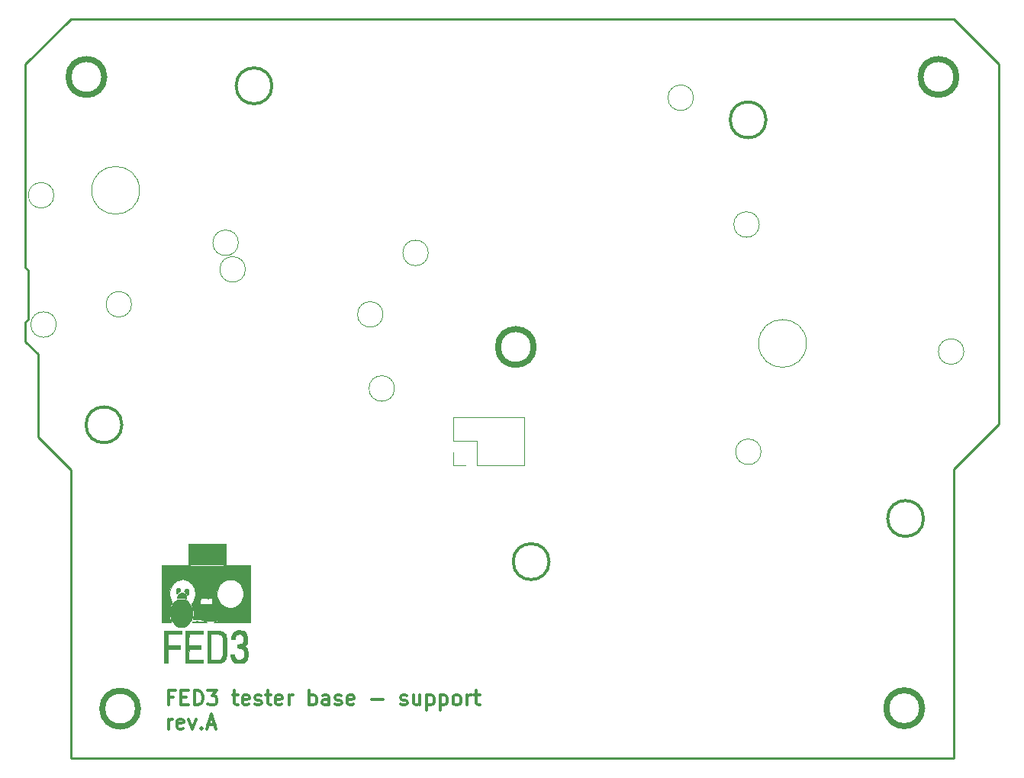
<source format=gbr>
%TF.GenerationSoftware,KiCad,Pcbnew,9.0.7*%
%TF.CreationDate,2026-02-04T15:46:56+00:00*%
%TF.ProjectId,FED3 tester base - support,46454433-2074-4657-9374-657220626173,rev?*%
%TF.SameCoordinates,PX6146580PY6dc4960*%
%TF.FileFunction,Legend,Top*%
%TF.FilePolarity,Positive*%
%FSLAX46Y46*%
G04 Gerber Fmt 4.6, Leading zero omitted, Abs format (unit mm)*
G04 Created by KiCad (PCBNEW 9.0.7) date 2026-02-04 15:46:56*
%MOMM*%
%LPD*%
G01*
G04 APERTURE LIST*
%ADD10C,0.300000*%
%ADD11C,0.100000*%
%ADD12C,0.700000*%
%ADD13C,0.328168*%
%TA.AperFunction,Profile*%
%ADD14C,0.250000*%
%TD*%
G04 APERTURE END LIST*
D10*
X94641049Y26625000D02*
G75*
G02*
X90658951Y26625000I-1991049J0D01*
G01*
X90658951Y26625000D02*
G75*
G02*
X94641049Y26625000I1991049J0D01*
G01*
X53091049Y21833951D02*
G75*
G02*
X49108951Y21833951I-1991049J0D01*
G01*
X49108951Y21833951D02*
G75*
G02*
X53091049Y21833951I1991049J0D01*
G01*
D11*
X7651270Y63053600D02*
G75*
G02*
X2350930Y63053600I-2650170J0D01*
G01*
X2350930Y63053600D02*
G75*
G02*
X7651270Y63053600I2650170J0D01*
G01*
D10*
X5691049Y37025000D02*
G75*
G02*
X1708951Y37025000I-1991049J0D01*
G01*
X1708951Y37025000D02*
G75*
G02*
X5691049Y37025000I1991049J0D01*
G01*
D12*
X7491049Y5516049D02*
G75*
G02*
X3508951Y5516049I-1991049J0D01*
G01*
X3508951Y5516049D02*
G75*
G02*
X7491049Y5516049I1991049J0D01*
G01*
D11*
X81651119Y46053600D02*
G75*
G02*
X76351081Y46053600I-2650019J0D01*
G01*
X76351081Y46053600D02*
G75*
G02*
X81651119Y46053600I2650019J0D01*
G01*
D12*
X3741049Y75633951D02*
G75*
G02*
X-241049Y75633951I-1991049J0D01*
G01*
X-241049Y75633951D02*
G75*
G02*
X3741049Y75633951I1991049J0D01*
G01*
X51391049Y45660655D02*
G75*
G02*
X47408951Y45660655I-1991049J0D01*
G01*
X47408951Y45660655D02*
G75*
G02*
X51391049Y45660655I1991049J0D01*
G01*
X94491049Y5558951D02*
G75*
G02*
X90508951Y5558951I-1991049J0D01*
G01*
X90508951Y5558951D02*
G75*
G02*
X94491049Y5558951I1991049J0D01*
G01*
X98291049Y75633951D02*
G75*
G02*
X94308951Y75633951I-1991049J0D01*
G01*
X94308951Y75633951D02*
G75*
G02*
X98291049Y75633951I1991049J0D01*
G01*
D10*
X22341049Y74650000D02*
G75*
G02*
X18358951Y74650000I-1991049J0D01*
G01*
X18358951Y74650000D02*
G75*
G02*
X22341049Y74650000I1991049J0D01*
G01*
X77166049Y70875000D02*
G75*
G02*
X73183951Y70875000I-1991049J0D01*
G01*
X73183951Y70875000D02*
G75*
G02*
X77166049Y70875000I1991049J0D01*
G01*
D13*
X11403522Y6769021D02*
X10856576Y6769021D01*
X10856576Y5909533D02*
X10856576Y7550373D01*
X10856576Y7550373D02*
X11637928Y7550373D01*
X12263010Y6769021D02*
X12809956Y6769021D01*
X13044362Y5909533D02*
X12263010Y5909533D01*
X12263010Y5909533D02*
X12263010Y7550373D01*
X12263010Y7550373D02*
X13044362Y7550373D01*
X13747580Y5909533D02*
X13747580Y7550373D01*
X13747580Y7550373D02*
X14138256Y7550373D01*
X14138256Y7550373D02*
X14372662Y7472238D01*
X14372662Y7472238D02*
X14528932Y7315968D01*
X14528932Y7315968D02*
X14607067Y7159697D01*
X14607067Y7159697D02*
X14685203Y6847156D01*
X14685203Y6847156D02*
X14685203Y6612750D01*
X14685203Y6612750D02*
X14607067Y6300209D01*
X14607067Y6300209D02*
X14528932Y6143939D01*
X14528932Y6143939D02*
X14372662Y5987668D01*
X14372662Y5987668D02*
X14138256Y5909533D01*
X14138256Y5909533D02*
X13747580Y5909533D01*
X15232149Y7550373D02*
X16247907Y7550373D01*
X16247907Y7550373D02*
X15700961Y6925291D01*
X15700961Y6925291D02*
X15935366Y6925291D01*
X15935366Y6925291D02*
X16091637Y6847156D01*
X16091637Y6847156D02*
X16169772Y6769021D01*
X16169772Y6769021D02*
X16247907Y6612750D01*
X16247907Y6612750D02*
X16247907Y6222074D01*
X16247907Y6222074D02*
X16169772Y6065804D01*
X16169772Y6065804D02*
X16091637Y5987668D01*
X16091637Y5987668D02*
X15935366Y5909533D01*
X15935366Y5909533D02*
X15466555Y5909533D01*
X15466555Y5909533D02*
X15310284Y5987668D01*
X15310284Y5987668D02*
X15232149Y6065804D01*
X17966883Y7003427D02*
X18591965Y7003427D01*
X18201289Y7550373D02*
X18201289Y6143939D01*
X18201289Y6143939D02*
X18279424Y5987668D01*
X18279424Y5987668D02*
X18435694Y5909533D01*
X18435694Y5909533D02*
X18591965Y5909533D01*
X19763994Y5987668D02*
X19607723Y5909533D01*
X19607723Y5909533D02*
X19295182Y5909533D01*
X19295182Y5909533D02*
X19138912Y5987668D01*
X19138912Y5987668D02*
X19060776Y6143939D01*
X19060776Y6143939D02*
X19060776Y6769021D01*
X19060776Y6769021D02*
X19138912Y6925291D01*
X19138912Y6925291D02*
X19295182Y7003427D01*
X19295182Y7003427D02*
X19607723Y7003427D01*
X19607723Y7003427D02*
X19763994Y6925291D01*
X19763994Y6925291D02*
X19842129Y6769021D01*
X19842129Y6769021D02*
X19842129Y6612750D01*
X19842129Y6612750D02*
X19060776Y6456480D01*
X20467210Y5987668D02*
X20623481Y5909533D01*
X20623481Y5909533D02*
X20936022Y5909533D01*
X20936022Y5909533D02*
X21092292Y5987668D01*
X21092292Y5987668D02*
X21170428Y6143939D01*
X21170428Y6143939D02*
X21170428Y6222074D01*
X21170428Y6222074D02*
X21092292Y6378345D01*
X21092292Y6378345D02*
X20936022Y6456480D01*
X20936022Y6456480D02*
X20701616Y6456480D01*
X20701616Y6456480D02*
X20545346Y6534615D01*
X20545346Y6534615D02*
X20467210Y6690886D01*
X20467210Y6690886D02*
X20467210Y6769021D01*
X20467210Y6769021D02*
X20545346Y6925291D01*
X20545346Y6925291D02*
X20701616Y7003427D01*
X20701616Y7003427D02*
X20936022Y7003427D01*
X20936022Y7003427D02*
X21092292Y6925291D01*
X21639239Y7003427D02*
X22264321Y7003427D01*
X21873645Y7550373D02*
X21873645Y6143939D01*
X21873645Y6143939D02*
X21951780Y5987668D01*
X21951780Y5987668D02*
X22108050Y5909533D01*
X22108050Y5909533D02*
X22264321Y5909533D01*
X23436350Y5987668D02*
X23280079Y5909533D01*
X23280079Y5909533D02*
X22967538Y5909533D01*
X22967538Y5909533D02*
X22811268Y5987668D01*
X22811268Y5987668D02*
X22733132Y6143939D01*
X22733132Y6143939D02*
X22733132Y6769021D01*
X22733132Y6769021D02*
X22811268Y6925291D01*
X22811268Y6925291D02*
X22967538Y7003427D01*
X22967538Y7003427D02*
X23280079Y7003427D01*
X23280079Y7003427D02*
X23436350Y6925291D01*
X23436350Y6925291D02*
X23514485Y6769021D01*
X23514485Y6769021D02*
X23514485Y6612750D01*
X23514485Y6612750D02*
X22733132Y6456480D01*
X24217702Y5909533D02*
X24217702Y7003427D01*
X24217702Y6690886D02*
X24295837Y6847156D01*
X24295837Y6847156D02*
X24373972Y6925291D01*
X24373972Y6925291D02*
X24530243Y7003427D01*
X24530243Y7003427D02*
X24686513Y7003427D01*
X26483624Y5909533D02*
X26483624Y7550373D01*
X26483624Y6925291D02*
X26639894Y7003427D01*
X26639894Y7003427D02*
X26952435Y7003427D01*
X26952435Y7003427D02*
X27108706Y6925291D01*
X27108706Y6925291D02*
X27186841Y6847156D01*
X27186841Y6847156D02*
X27264976Y6690886D01*
X27264976Y6690886D02*
X27264976Y6222074D01*
X27264976Y6222074D02*
X27186841Y6065804D01*
X27186841Y6065804D02*
X27108706Y5987668D01*
X27108706Y5987668D02*
X26952435Y5909533D01*
X26952435Y5909533D02*
X26639894Y5909533D01*
X26639894Y5909533D02*
X26483624Y5987668D01*
X28671411Y5909533D02*
X28671411Y6769021D01*
X28671411Y6769021D02*
X28593276Y6925291D01*
X28593276Y6925291D02*
X28437005Y7003427D01*
X28437005Y7003427D02*
X28124464Y7003427D01*
X28124464Y7003427D02*
X27968194Y6925291D01*
X28671411Y5987668D02*
X28515140Y5909533D01*
X28515140Y5909533D02*
X28124464Y5909533D01*
X28124464Y5909533D02*
X27968194Y5987668D01*
X27968194Y5987668D02*
X27890058Y6143939D01*
X27890058Y6143939D02*
X27890058Y6300209D01*
X27890058Y6300209D02*
X27968194Y6456480D01*
X27968194Y6456480D02*
X28124464Y6534615D01*
X28124464Y6534615D02*
X28515140Y6534615D01*
X28515140Y6534615D02*
X28671411Y6612750D01*
X29374628Y5987668D02*
X29530899Y5909533D01*
X29530899Y5909533D02*
X29843440Y5909533D01*
X29843440Y5909533D02*
X29999710Y5987668D01*
X29999710Y5987668D02*
X30077846Y6143939D01*
X30077846Y6143939D02*
X30077846Y6222074D01*
X30077846Y6222074D02*
X29999710Y6378345D01*
X29999710Y6378345D02*
X29843440Y6456480D01*
X29843440Y6456480D02*
X29609034Y6456480D01*
X29609034Y6456480D02*
X29452764Y6534615D01*
X29452764Y6534615D02*
X29374628Y6690886D01*
X29374628Y6690886D02*
X29374628Y6769021D01*
X29374628Y6769021D02*
X29452764Y6925291D01*
X29452764Y6925291D02*
X29609034Y7003427D01*
X29609034Y7003427D02*
X29843440Y7003427D01*
X29843440Y7003427D02*
X29999710Y6925291D01*
X31406145Y5987668D02*
X31249874Y5909533D01*
X31249874Y5909533D02*
X30937333Y5909533D01*
X30937333Y5909533D02*
X30781063Y5987668D01*
X30781063Y5987668D02*
X30702927Y6143939D01*
X30702927Y6143939D02*
X30702927Y6769021D01*
X30702927Y6769021D02*
X30781063Y6925291D01*
X30781063Y6925291D02*
X30937333Y7003427D01*
X30937333Y7003427D02*
X31249874Y7003427D01*
X31249874Y7003427D02*
X31406145Y6925291D01*
X31406145Y6925291D02*
X31484280Y6769021D01*
X31484280Y6769021D02*
X31484280Y6612750D01*
X31484280Y6612750D02*
X30702927Y6456480D01*
X33437661Y6534615D02*
X34687825Y6534615D01*
X36641205Y5987668D02*
X36797476Y5909533D01*
X36797476Y5909533D02*
X37110017Y5909533D01*
X37110017Y5909533D02*
X37266287Y5987668D01*
X37266287Y5987668D02*
X37344423Y6143939D01*
X37344423Y6143939D02*
X37344423Y6222074D01*
X37344423Y6222074D02*
X37266287Y6378345D01*
X37266287Y6378345D02*
X37110017Y6456480D01*
X37110017Y6456480D02*
X36875611Y6456480D01*
X36875611Y6456480D02*
X36719341Y6534615D01*
X36719341Y6534615D02*
X36641205Y6690886D01*
X36641205Y6690886D02*
X36641205Y6769021D01*
X36641205Y6769021D02*
X36719341Y6925291D01*
X36719341Y6925291D02*
X36875611Y7003427D01*
X36875611Y7003427D02*
X37110017Y7003427D01*
X37110017Y7003427D02*
X37266287Y6925291D01*
X38750857Y7003427D02*
X38750857Y5909533D01*
X38047640Y7003427D02*
X38047640Y6143939D01*
X38047640Y6143939D02*
X38125775Y5987668D01*
X38125775Y5987668D02*
X38282045Y5909533D01*
X38282045Y5909533D02*
X38516451Y5909533D01*
X38516451Y5909533D02*
X38672722Y5987668D01*
X38672722Y5987668D02*
X38750857Y6065804D01*
X39532210Y7003427D02*
X39532210Y5362587D01*
X39532210Y6925291D02*
X39688480Y7003427D01*
X39688480Y7003427D02*
X40001021Y7003427D01*
X40001021Y7003427D02*
X40157292Y6925291D01*
X40157292Y6925291D02*
X40235427Y6847156D01*
X40235427Y6847156D02*
X40313562Y6690886D01*
X40313562Y6690886D02*
X40313562Y6222074D01*
X40313562Y6222074D02*
X40235427Y6065804D01*
X40235427Y6065804D02*
X40157292Y5987668D01*
X40157292Y5987668D02*
X40001021Y5909533D01*
X40001021Y5909533D02*
X39688480Y5909533D01*
X39688480Y5909533D02*
X39532210Y5987668D01*
X41016780Y7003427D02*
X41016780Y5362587D01*
X41016780Y6925291D02*
X41173050Y7003427D01*
X41173050Y7003427D02*
X41485591Y7003427D01*
X41485591Y7003427D02*
X41641862Y6925291D01*
X41641862Y6925291D02*
X41719997Y6847156D01*
X41719997Y6847156D02*
X41798132Y6690886D01*
X41798132Y6690886D02*
X41798132Y6222074D01*
X41798132Y6222074D02*
X41719997Y6065804D01*
X41719997Y6065804D02*
X41641862Y5987668D01*
X41641862Y5987668D02*
X41485591Y5909533D01*
X41485591Y5909533D02*
X41173050Y5909533D01*
X41173050Y5909533D02*
X41016780Y5987668D01*
X42735755Y5909533D02*
X42579485Y5987668D01*
X42579485Y5987668D02*
X42501350Y6065804D01*
X42501350Y6065804D02*
X42423214Y6222074D01*
X42423214Y6222074D02*
X42423214Y6690886D01*
X42423214Y6690886D02*
X42501350Y6847156D01*
X42501350Y6847156D02*
X42579485Y6925291D01*
X42579485Y6925291D02*
X42735755Y7003427D01*
X42735755Y7003427D02*
X42970161Y7003427D01*
X42970161Y7003427D02*
X43126432Y6925291D01*
X43126432Y6925291D02*
X43204567Y6847156D01*
X43204567Y6847156D02*
X43282702Y6690886D01*
X43282702Y6690886D02*
X43282702Y6222074D01*
X43282702Y6222074D02*
X43204567Y6065804D01*
X43204567Y6065804D02*
X43126432Y5987668D01*
X43126432Y5987668D02*
X42970161Y5909533D01*
X42970161Y5909533D02*
X42735755Y5909533D01*
X43985920Y5909533D02*
X43985920Y7003427D01*
X43985920Y6690886D02*
X44064055Y6847156D01*
X44064055Y6847156D02*
X44142190Y6925291D01*
X44142190Y6925291D02*
X44298461Y7003427D01*
X44298461Y7003427D02*
X44454731Y7003427D01*
X44767272Y7003427D02*
X45392354Y7003427D01*
X45001678Y7550373D02*
X45001678Y6143939D01*
X45001678Y6143939D02*
X45079813Y5987668D01*
X45079813Y5987668D02*
X45236083Y5909533D01*
X45236083Y5909533D02*
X45392354Y5909533D01*
X10856576Y3267872D02*
X10856576Y4361766D01*
X10856576Y4049225D02*
X10934711Y4205495D01*
X10934711Y4205495D02*
X11012846Y4283630D01*
X11012846Y4283630D02*
X11169117Y4361766D01*
X11169117Y4361766D02*
X11325387Y4361766D01*
X12497416Y3346007D02*
X12341145Y3267872D01*
X12341145Y3267872D02*
X12028604Y3267872D01*
X12028604Y3267872D02*
X11872334Y3346007D01*
X11872334Y3346007D02*
X11794198Y3502278D01*
X11794198Y3502278D02*
X11794198Y4127360D01*
X11794198Y4127360D02*
X11872334Y4283630D01*
X11872334Y4283630D02*
X12028604Y4361766D01*
X12028604Y4361766D02*
X12341145Y4361766D01*
X12341145Y4361766D02*
X12497416Y4283630D01*
X12497416Y4283630D02*
X12575551Y4127360D01*
X12575551Y4127360D02*
X12575551Y3971089D01*
X12575551Y3971089D02*
X11794198Y3814819D01*
X13122497Y4361766D02*
X13513173Y3267872D01*
X13513173Y3267872D02*
X13903850Y4361766D01*
X14528932Y3424143D02*
X14607067Y3346007D01*
X14607067Y3346007D02*
X14528932Y3267872D01*
X14528932Y3267872D02*
X14450796Y3346007D01*
X14450796Y3346007D02*
X14528932Y3424143D01*
X14528932Y3424143D02*
X14528932Y3267872D01*
X15232148Y3736684D02*
X16013501Y3736684D01*
X15075878Y3267872D02*
X15622825Y4908712D01*
X15622825Y4908712D02*
X16169771Y3267872D01*
D11*
%TO.C,TP6*%
X35941197Y41053600D02*
G75*
G02*
X33111003Y41053600I-1415097J0D01*
G01*
X33111003Y41053600D02*
G75*
G02*
X35941197Y41053600I1415097J0D01*
G01*
%TO.C,TP3*%
X18616197Y57228600D02*
G75*
G02*
X15786003Y57228600I-1415097J0D01*
G01*
X15786003Y57228600D02*
G75*
G02*
X18616197Y57228600I1415097J0D01*
G01*
%TO.C,TP11*%
X19391197Y54278600D02*
G75*
G02*
X16561003Y54278600I-1415097J0D01*
G01*
X16561003Y54278600D02*
G75*
G02*
X19391197Y54278600I1415097J0D01*
G01*
%TO.C,TP12*%
X34666197Y49278600D02*
G75*
G02*
X31836003Y49278600I-1415097J0D01*
G01*
X31836003Y49278600D02*
G75*
G02*
X34666197Y49278600I1415097J0D01*
G01*
%TO.C,TP7*%
X99116197Y45153600D02*
G75*
G02*
X96286003Y45153600I-1415097J0D01*
G01*
X96286003Y45153600D02*
G75*
G02*
X99116197Y45153600I1415097J0D01*
G01*
%TO.C,TP10*%
X-1858803Y62503600D02*
G75*
G02*
X-4688997Y62503600I-1415097J0D01*
G01*
X-4688997Y62503600D02*
G75*
G02*
X-1858803Y62503600I1415097J0D01*
G01*
%TO.C,TP8*%
X76416197Y59253600D02*
G75*
G02*
X73586003Y59253600I-1415097J0D01*
G01*
X73586003Y59253600D02*
G75*
G02*
X76416197Y59253600I1415097J0D01*
G01*
%TO.C,TP9*%
X-1583803Y48153600D02*
G75*
G02*
X-4413997Y48153600I-1415097J0D01*
G01*
X-4413997Y48153600D02*
G75*
G02*
X-1583803Y48153600I1415097J0D01*
G01*
%TO.C,TP4*%
X6766197Y50403600D02*
G75*
G02*
X3936003Y50403600I-1415097J0D01*
G01*
X3936003Y50403600D02*
G75*
G02*
X6766197Y50403600I1415097J0D01*
G01*
%TO.C,TP2*%
X76616197Y34028600D02*
G75*
G02*
X73786003Y34028600I-1415097J0D01*
G01*
X73786003Y34028600D02*
G75*
G02*
X76616197Y34028600I1415097J0D01*
G01*
%TO.C,J2*%
X42459050Y37863857D02*
X50299050Y37863857D01*
X42459050Y35213857D02*
X42459050Y37863857D01*
X42459050Y32563857D02*
X42459050Y33943857D01*
X43839050Y32563857D02*
X42459050Y32563857D01*
X45109050Y35213857D02*
X42459050Y35213857D01*
X45109050Y32563857D02*
X45109050Y35213857D01*
X45109050Y32563857D02*
X50299050Y32563857D01*
X50299050Y32563857D02*
X50299050Y37863857D01*
%TO.C,TP5*%
X69116197Y73328600D02*
G75*
G02*
X66286003Y73328600I-1415097J0D01*
G01*
X66286003Y73328600D02*
G75*
G02*
X69116197Y73328600I1415097J0D01*
G01*
%TO.C,TP13*%
X39691197Y56103600D02*
G75*
G02*
X36861003Y56103600I-1415097J0D01*
G01*
X36861003Y56103600D02*
G75*
G02*
X39691197Y56103600I1415097J0D01*
G01*
%TO.C,G\u002A\u002A\u002A*%
X15239789Y17747141D02*
X15223973Y17731325D01*
X15208157Y17747141D01*
X15223973Y17762956D01*
X15239789Y17747141D01*
G36*
X15239789Y17747141D02*
G01*
X15223973Y17731325D01*
X15208157Y17747141D01*
X15223973Y17762956D01*
X15239789Y17747141D01*
G37*
X16916252Y22523479D02*
X16916252Y21527091D01*
X15129079Y21527091D01*
X13341906Y21527091D01*
X13341906Y22523479D01*
X13341906Y23519868D01*
X15129079Y23519868D01*
X16916252Y23519868D01*
X16916252Y22523479D01*
G36*
X16916252Y22523479D02*
G01*
X16916252Y21527091D01*
X15129079Y21527091D01*
X13341906Y21527091D01*
X13341906Y22523479D01*
X13341906Y23519868D01*
X15129079Y23519868D01*
X16916252Y23519868D01*
X16916252Y22523479D01*
G37*
X12055857Y18911553D02*
X12134478Y18845437D01*
X12169401Y18733735D01*
X12171544Y18688374D01*
X12165797Y18598341D01*
X12140869Y18547987D01*
X12085237Y18514193D01*
X12084558Y18513892D01*
X11984240Y18458286D01*
X11926873Y18393185D01*
X11909808Y18356045D01*
X11866425Y18310919D01*
X11804742Y18304380D01*
X11754651Y18337408D01*
X11747905Y18350724D01*
X11731144Y18441931D01*
X11729966Y18566632D01*
X11742827Y18697421D01*
X11768184Y18806893D01*
X11774538Y18823624D01*
X11813760Y18897514D01*
X11863829Y18928019D01*
X11932333Y18933317D01*
X12055857Y18911553D01*
G36*
X12055857Y18911553D02*
G01*
X12134478Y18845437D01*
X12169401Y18733735D01*
X12171544Y18688374D01*
X12165797Y18598341D01*
X12140869Y18547987D01*
X12085237Y18514193D01*
X12084558Y18513892D01*
X11984240Y18458286D01*
X11926873Y18393185D01*
X11909808Y18356045D01*
X11866425Y18310919D01*
X11804742Y18304380D01*
X11754651Y18337408D01*
X11747905Y18350724D01*
X11731144Y18441931D01*
X11729966Y18566632D01*
X11742827Y18697421D01*
X11768184Y18806893D01*
X11774538Y18823624D01*
X11813760Y18897514D01*
X11863829Y18928019D01*
X11932333Y18933317D01*
X12055857Y18911553D01*
G37*
X12988306Y18790879D02*
X13063935Y18738264D01*
X13106140Y18641637D01*
X13120388Y18493686D01*
X13120486Y18476861D01*
X13108565Y18332198D01*
X13075647Y18221993D01*
X13025995Y18156690D01*
X12984259Y18143269D01*
X12946659Y18165847D01*
X12880928Y18225033D01*
X12799789Y18309132D01*
X12780449Y18330587D01*
X12701635Y18425522D01*
X12643067Y18508233D01*
X12615310Y18563481D01*
X12614384Y18570112D01*
X12631922Y18630724D01*
X12674662Y18707544D01*
X12679800Y18714923D01*
X12737605Y18777690D01*
X12808360Y18803341D01*
X12873786Y18806792D01*
X12988306Y18790879D01*
G36*
X12988306Y18790879D02*
G01*
X13063935Y18738264D01*
X13106140Y18641637D01*
X13120388Y18493686D01*
X13120486Y18476861D01*
X13108565Y18332198D01*
X13075647Y18221993D01*
X13025995Y18156690D01*
X12984259Y18143269D01*
X12946659Y18165847D01*
X12880928Y18225033D01*
X12799789Y18309132D01*
X12780449Y18330587D01*
X12701635Y18425522D01*
X12643067Y18508233D01*
X12615310Y18563481D01*
X12614384Y18570112D01*
X12631922Y18630724D01*
X12674662Y18707544D01*
X12679800Y18714923D01*
X12737605Y18777690D01*
X12808360Y18803341D01*
X12873786Y18806792D01*
X12988306Y18790879D01*
G37*
X14211785Y15214961D02*
X14405933Y15207774D01*
X14596880Y15196517D01*
X14774357Y15181664D01*
X14928092Y15163689D01*
X15047816Y15143067D01*
X15123257Y15120273D01*
X15144894Y15099625D01*
X15114648Y15092828D01*
X15029445Y15086720D01*
X14897591Y15081557D01*
X14727390Y15077594D01*
X14527147Y15075088D01*
X14322478Y15074289D01*
X14101849Y15075310D01*
X13903583Y15078185D01*
X13735984Y15082636D01*
X13607358Y15088380D01*
X13526009Y15095139D01*
X13500063Y15102047D01*
X13521817Y15142528D01*
X13552509Y15173218D01*
X13608601Y15193505D01*
X13712845Y15207349D01*
X13854971Y15215223D01*
X14024708Y15217602D01*
X14211785Y15214961D01*
G36*
X14211785Y15214961D02*
G01*
X14405933Y15207774D01*
X14596880Y15196517D01*
X14774357Y15181664D01*
X14928092Y15163689D01*
X15047816Y15143067D01*
X15123257Y15120273D01*
X15144894Y15099625D01*
X15114648Y15092828D01*
X15029445Y15086720D01*
X14897591Y15081557D01*
X14727390Y15077594D01*
X14527147Y15075088D01*
X14322478Y15074289D01*
X14101849Y15075310D01*
X13903583Y15078185D01*
X13735984Y15082636D01*
X13607358Y15088380D01*
X13526009Y15095139D01*
X13500063Y15102047D01*
X13521817Y15142528D01*
X13552509Y15173218D01*
X13608601Y15193505D01*
X13712845Y15207349D01*
X13854971Y15215223D01*
X14024708Y15217602D01*
X14211785Y15214961D01*
G37*
X14670424Y13998822D02*
X14670424Y13809034D01*
X14472728Y13806118D01*
X14375009Y13805096D01*
X14229094Y13804106D01*
X14050050Y13803226D01*
X13852943Y13802531D01*
X13701285Y13802176D01*
X13127538Y13801150D01*
X13122446Y13172464D01*
X13117355Y12543778D01*
X13783179Y12543778D01*
X14449004Y12543778D01*
X14449004Y12353990D01*
X14449004Y12164202D01*
X13788371Y12164202D01*
X13127738Y12164202D01*
X13122522Y11547390D01*
X13117307Y10930578D01*
X13893865Y10930578D01*
X14670424Y10930578D01*
X14670424Y10756605D01*
X14670424Y10582633D01*
X13705667Y10582633D01*
X12740909Y10582633D01*
X12740909Y12385621D01*
X12740909Y14188610D01*
X13705667Y14188610D01*
X14670424Y14188610D01*
X14670424Y13998822D01*
G36*
X14670424Y13998822D02*
G01*
X14670424Y13809034D01*
X14472728Y13806118D01*
X14375009Y13805096D01*
X14229094Y13804106D01*
X14050050Y13803226D01*
X13852943Y13802531D01*
X13701285Y13802176D01*
X13127538Y13801150D01*
X13122446Y13172464D01*
X13117355Y12543778D01*
X13783179Y12543778D01*
X14449004Y12543778D01*
X14449004Y12353990D01*
X14449004Y12164202D01*
X13788371Y12164202D01*
X13127738Y12164202D01*
X13122522Y11547390D01*
X13117307Y10930578D01*
X13893865Y10930578D01*
X14670424Y10930578D01*
X14670424Y10756605D01*
X14670424Y10582633D01*
X13705667Y10582633D01*
X12740909Y10582633D01*
X12740909Y12385621D01*
X12740909Y14188610D01*
X13705667Y14188610D01*
X14670424Y14188610D01*
X14670424Y13998822D01*
G37*
X12298080Y13990914D02*
X12298090Y13793218D01*
X11542407Y13799567D01*
X10786724Y13805916D01*
X10781702Y13159032D01*
X10776679Y12512147D01*
X11458296Y12512147D01*
X12139913Y12512147D01*
X12139913Y12322359D01*
X12139913Y12132570D01*
X11463353Y12132570D01*
X11228611Y12131724D01*
X11050968Y12128945D01*
X10924278Y12123873D01*
X10842398Y12116148D01*
X10799183Y12105411D01*
X10788261Y12093031D01*
X10788472Y12051256D01*
X10788264Y11955643D01*
X10787679Y11815614D01*
X10786760Y11640593D01*
X10785549Y11440002D01*
X10784747Y11318062D01*
X10779764Y10582633D01*
X10589975Y10582633D01*
X10400187Y10582633D01*
X10400187Y12385621D01*
X10400187Y14188610D01*
X11349129Y14188610D01*
X12298070Y14188610D01*
X12298080Y13990914D01*
G36*
X12298080Y13990914D02*
G01*
X12298090Y13793218D01*
X11542407Y13799567D01*
X10786724Y13805916D01*
X10781702Y13159032D01*
X10776679Y12512147D01*
X11458296Y12512147D01*
X12139913Y12512147D01*
X12139913Y12322359D01*
X12139913Y12132570D01*
X11463353Y12132570D01*
X11228611Y12131724D01*
X11050968Y12128945D01*
X10924278Y12123873D01*
X10842398Y12116148D01*
X10799183Y12105411D01*
X10788261Y12093031D01*
X10788472Y12051256D01*
X10788264Y11955643D01*
X10787679Y11815614D01*
X10786760Y11640593D01*
X10785549Y11440002D01*
X10784747Y11318062D01*
X10779764Y10582633D01*
X10589975Y10582633D01*
X10400187Y10582633D01*
X10400187Y12385621D01*
X10400187Y14188610D01*
X11349129Y14188610D01*
X12298070Y14188610D01*
X12298080Y13990914D01*
G37*
X12482889Y18357018D02*
X12588037Y18337725D01*
X12639289Y18304597D01*
X12646015Y18281185D01*
X12671364Y18242327D01*
X12692819Y18237427D01*
X12741446Y18208961D01*
X12790776Y18135109D01*
X12833136Y18033191D01*
X12860853Y17920528D01*
X12867435Y17843295D01*
X12856500Y17743909D01*
X12820477Y17700902D01*
X12754538Y17712049D01*
X12679519Y17756708D01*
X12623383Y17784062D01*
X12541614Y17800804D01*
X12420495Y17808874D01*
X12299942Y17810403D01*
X12157446Y17807596D01*
X12029994Y17800078D01*
X11937056Y17789209D01*
X11910586Y17783251D01*
X11853236Y17769671D01*
X11829003Y17787630D01*
X11823655Y17851527D01*
X11823599Y17871253D01*
X11835602Y17980938D01*
X11866577Y18085014D01*
X11908976Y18165534D01*
X11955247Y18204552D01*
X11964326Y18205796D01*
X12007303Y18229850D01*
X12013388Y18252130D01*
X12043108Y18309495D01*
X12130625Y18346709D01*
X12273476Y18362876D01*
X12319714Y18363521D01*
X12482889Y18357018D01*
G36*
X12482889Y18357018D02*
G01*
X12588037Y18337725D01*
X12639289Y18304597D01*
X12646015Y18281185D01*
X12671364Y18242327D01*
X12692819Y18237427D01*
X12741446Y18208961D01*
X12790776Y18135109D01*
X12833136Y18033191D01*
X12860853Y17920528D01*
X12867435Y17843295D01*
X12856500Y17743909D01*
X12820477Y17700902D01*
X12754538Y17712049D01*
X12679519Y17756708D01*
X12623383Y17784062D01*
X12541614Y17800804D01*
X12420495Y17808874D01*
X12299942Y17810403D01*
X12157446Y17807596D01*
X12029994Y17800078D01*
X11937056Y17789209D01*
X11910586Y17783251D01*
X11853236Y17769671D01*
X11829003Y17787630D01*
X11823655Y17851527D01*
X11823599Y17871253D01*
X11835602Y17980938D01*
X11866577Y18085014D01*
X11908976Y18165534D01*
X11955247Y18204552D01*
X11964326Y18205796D01*
X12007303Y18229850D01*
X12013388Y18252130D01*
X12043108Y18309495D01*
X12130625Y18346709D01*
X12273476Y18362876D01*
X12319714Y18363521D01*
X12482889Y18357018D01*
G37*
X12494003Y17664621D02*
X12574287Y17651455D01*
X12650673Y17624846D01*
X12733064Y17586539D01*
X12961684Y17439901D01*
X13154987Y17240833D01*
X13312882Y16989452D01*
X13435275Y16685878D01*
X13437817Y16677821D01*
X13476379Y16502510D01*
X13498084Y16290499D01*
X13502965Y16062914D01*
X13491059Y15840881D01*
X13462398Y15645526D01*
X13435966Y15546285D01*
X13381434Y15402230D01*
X13319828Y15267559D01*
X13257965Y15154621D01*
X13202663Y15075763D01*
X13160738Y15043332D01*
X13158158Y15043113D01*
X13130864Y15026627D01*
X13134380Y15014135D01*
X13125707Y14972817D01*
X13074442Y14908959D01*
X12992110Y14832789D01*
X12890234Y14754536D01*
X12780335Y14684431D01*
X12736343Y14660776D01*
X12636316Y14614193D01*
X12548762Y14586459D01*
X12450497Y14572964D01*
X12318340Y14569099D01*
X12275248Y14569104D01*
X12134715Y14571634D01*
X12033373Y14581903D01*
X11947183Y14605597D01*
X11852109Y14648400D01*
X11779383Y14686375D01*
X11673725Y14748345D01*
X11592141Y14806742D01*
X11549597Y14850602D01*
X11547131Y14856506D01*
X11507874Y14910874D01*
X11480637Y14924665D01*
X11430466Y14963339D01*
X11366152Y15048348D01*
X11295193Y15166578D01*
X11225088Y15304919D01*
X11163335Y15450257D01*
X11136021Y15527279D01*
X11100361Y15652876D01*
X11078357Y15777908D01*
X11067295Y15924044D01*
X11064446Y16098642D01*
X11087766Y16450170D01*
X11156850Y16765077D01*
X11270387Y17040603D01*
X11427064Y17273992D01*
X11625571Y17462486D01*
X11753365Y17546746D01*
X11845522Y17596252D01*
X11926178Y17628038D01*
X12015614Y17646918D01*
X12134112Y17657706D01*
X12242777Y17662923D01*
X12390081Y17667418D01*
X12494003Y17664621D01*
G36*
X12494003Y17664621D02*
G01*
X12574287Y17651455D01*
X12650673Y17624846D01*
X12733064Y17586539D01*
X12961684Y17439901D01*
X13154987Y17240833D01*
X13312882Y16989452D01*
X13435275Y16685878D01*
X13437817Y16677821D01*
X13476379Y16502510D01*
X13498084Y16290499D01*
X13502965Y16062914D01*
X13491059Y15840881D01*
X13462398Y15645526D01*
X13435966Y15546285D01*
X13381434Y15402230D01*
X13319828Y15267559D01*
X13257965Y15154621D01*
X13202663Y15075763D01*
X13160738Y15043332D01*
X13158158Y15043113D01*
X13130864Y15026627D01*
X13134380Y15014135D01*
X13125707Y14972817D01*
X13074442Y14908959D01*
X12992110Y14832789D01*
X12890234Y14754536D01*
X12780335Y14684431D01*
X12736343Y14660776D01*
X12636316Y14614193D01*
X12548762Y14586459D01*
X12450497Y14572964D01*
X12318340Y14569099D01*
X12275248Y14569104D01*
X12134715Y14571634D01*
X12033373Y14581903D01*
X11947183Y14605597D01*
X11852109Y14648400D01*
X11779383Y14686375D01*
X11673725Y14748345D01*
X11592141Y14806742D01*
X11549597Y14850602D01*
X11547131Y14856506D01*
X11507874Y14910874D01*
X11480637Y14924665D01*
X11430466Y14963339D01*
X11366152Y15048348D01*
X11295193Y15166578D01*
X11225088Y15304919D01*
X11163335Y15450257D01*
X11136021Y15527279D01*
X11100361Y15652876D01*
X11078357Y15777908D01*
X11067295Y15924044D01*
X11064446Y16098642D01*
X11087766Y16450170D01*
X11156850Y16765077D01*
X11270387Y17040603D01*
X11427064Y17273992D01*
X11625571Y17462486D01*
X11753365Y17546746D01*
X11845522Y17596252D01*
X11926178Y17628038D01*
X12015614Y17646918D01*
X12134112Y17657706D01*
X12242777Y17662923D01*
X12390081Y17667418D01*
X12494003Y17664621D01*
G37*
X15880324Y14180511D02*
X16121657Y14174178D01*
X16309702Y14167117D01*
X16454432Y14158433D01*
X16565823Y14147232D01*
X16653848Y14132620D01*
X16728482Y14113703D01*
X16768078Y14100918D01*
X16933937Y14027566D01*
X17054316Y13939668D01*
X17120694Y13843594D01*
X17123589Y13835203D01*
X17152868Y13796447D01*
X17176468Y13797646D01*
X17195832Y13798854D01*
X17189490Y13784475D01*
X17188017Y13741532D01*
X17197564Y13732038D01*
X17225586Y13692919D01*
X17248473Y13611360D01*
X17266419Y13484218D01*
X17279619Y13308351D01*
X17288268Y13080618D01*
X17292561Y12797876D01*
X17292693Y12456983D01*
X17290899Y12227464D01*
X17287538Y11921644D01*
X17283525Y11671962D01*
X17277601Y11471299D01*
X17268506Y11312532D01*
X17254981Y11188543D01*
X17235768Y11092209D01*
X17209606Y11016410D01*
X17175237Y10954024D01*
X17131401Y10897932D01*
X17076840Y10841012D01*
X17039233Y10804279D01*
X16964368Y10738676D01*
X16884913Y10687163D01*
X16792323Y10648109D01*
X16678052Y10619884D01*
X16533556Y10600857D01*
X16350289Y10589397D01*
X16119706Y10583876D01*
X15877544Y10582633D01*
X15176526Y10582633D01*
X15176526Y10958276D01*
X15554354Y10958276D01*
X16067010Y10964643D01*
X16579666Y10971011D01*
X16697733Y11087903D01*
X16759259Y11154622D01*
X16808188Y11224843D01*
X16845927Y11306505D01*
X16873879Y11407547D01*
X16893452Y11535910D01*
X16906049Y11699532D01*
X16913077Y11906352D01*
X16915941Y12164311D01*
X16916252Y12322290D01*
X16914497Y12634558D01*
X16908781Y12890217D01*
X16898423Y13095836D01*
X16882744Y13257985D01*
X16861065Y13383232D01*
X16832705Y13478146D01*
X16796985Y13549296D01*
X16787930Y13562609D01*
X16745480Y13631484D01*
X16726530Y13681378D01*
X16726464Y13683094D01*
X16706565Y13701764D01*
X16690034Y13695358D01*
X16642889Y13697123D01*
X16618863Y13717215D01*
X16601655Y13736828D01*
X16579003Y13751565D01*
X16541626Y13762634D01*
X16480247Y13771239D01*
X16385585Y13778588D01*
X16248360Y13785886D01*
X16059293Y13794340D01*
X16008691Y13796523D01*
X15559786Y13815857D01*
X15557070Y12387067D01*
X15554354Y10958276D01*
X15176526Y10958276D01*
X15176526Y12389701D01*
X15176526Y14196769D01*
X15880324Y14180511D01*
G36*
X15880324Y14180511D02*
G01*
X16121657Y14174178D01*
X16309702Y14167117D01*
X16454432Y14158433D01*
X16565823Y14147232D01*
X16653848Y14132620D01*
X16728482Y14113703D01*
X16768078Y14100918D01*
X16933937Y14027566D01*
X17054316Y13939668D01*
X17120694Y13843594D01*
X17123589Y13835203D01*
X17152868Y13796447D01*
X17176468Y13797646D01*
X17195832Y13798854D01*
X17189490Y13784475D01*
X17188017Y13741532D01*
X17197564Y13732038D01*
X17225586Y13692919D01*
X17248473Y13611360D01*
X17266419Y13484218D01*
X17279619Y13308351D01*
X17288268Y13080618D01*
X17292561Y12797876D01*
X17292693Y12456983D01*
X17290899Y12227464D01*
X17287538Y11921644D01*
X17283525Y11671962D01*
X17277601Y11471299D01*
X17268506Y11312532D01*
X17254981Y11188543D01*
X17235768Y11092209D01*
X17209606Y11016410D01*
X17175237Y10954024D01*
X17131401Y10897932D01*
X17076840Y10841012D01*
X17039233Y10804279D01*
X16964368Y10738676D01*
X16884913Y10687163D01*
X16792323Y10648109D01*
X16678052Y10619884D01*
X16533556Y10600857D01*
X16350289Y10589397D01*
X16119706Y10583876D01*
X15877544Y10582633D01*
X15176526Y10582633D01*
X15176526Y10958276D01*
X15554354Y10958276D01*
X16067010Y10964643D01*
X16579666Y10971011D01*
X16697733Y11087903D01*
X16759259Y11154622D01*
X16808188Y11224843D01*
X16845927Y11306505D01*
X16873879Y11407547D01*
X16893452Y11535910D01*
X16906049Y11699532D01*
X16913077Y11906352D01*
X16915941Y12164311D01*
X16916252Y12322290D01*
X16914497Y12634558D01*
X16908781Y12890217D01*
X16898423Y13095836D01*
X16882744Y13257985D01*
X16861065Y13383232D01*
X16832705Y13478146D01*
X16796985Y13549296D01*
X16787930Y13562609D01*
X16745480Y13631484D01*
X16726530Y13681378D01*
X16726464Y13683094D01*
X16706565Y13701764D01*
X16690034Y13695358D01*
X16642889Y13697123D01*
X16618863Y13717215D01*
X16601655Y13736828D01*
X16579003Y13751565D01*
X16541626Y13762634D01*
X16480247Y13771239D01*
X16385585Y13778588D01*
X16248360Y13785886D01*
X16059293Y13794340D01*
X16008691Y13796523D01*
X15559786Y13815857D01*
X15557070Y12387067D01*
X15554354Y10958276D01*
X15176526Y10958276D01*
X15176526Y12389701D01*
X15176526Y14196769D01*
X15880324Y14180511D01*
G37*
X18959874Y14199355D02*
X19128323Y14155797D01*
X19179569Y14133125D01*
X19328301Y14035248D01*
X19449474Y13914304D01*
X19528250Y13786095D01*
X19541719Y13747430D01*
X19553418Y13673881D01*
X19563147Y13552906D01*
X19569992Y13400331D01*
X19573038Y13231984D01*
X19573112Y13204479D01*
X19573288Y12773897D01*
X19475765Y12650930D01*
X19403579Y12569544D01*
X19333991Y12506150D01*
X19309701Y12489544D01*
X19271463Y12461121D01*
X19278271Y12450005D01*
X19342725Y12423176D01*
X19422743Y12355894D01*
X19503646Y12263274D01*
X19570759Y12160430D01*
X19583114Y12136052D01*
X19611911Y12068118D01*
X19631529Y11997956D01*
X19643661Y11911565D01*
X19650000Y11794944D01*
X19652238Y11634091D01*
X19652366Y11563205D01*
X19651414Y11386280D01*
X19647351Y11258819D01*
X19638368Y11167037D01*
X19622655Y11097149D01*
X19598402Y11035369D01*
X19577626Y10993841D01*
X19481910Y10835869D01*
X19377704Y10721338D01*
X19252834Y10643529D01*
X19095130Y10595724D01*
X18892419Y10571203D01*
X18803734Y10566694D01*
X18651514Y10563818D01*
X18508622Y10566099D01*
X18396224Y10572982D01*
X18355480Y10578451D01*
X18200294Y10624160D01*
X18067159Y10694154D01*
X17969928Y10779183D01*
X17923039Y10867201D01*
X17889984Y10929623D01*
X17873448Y10946279D01*
X17844931Y10996556D01*
X17816256Y11090760D01*
X17791554Y11209699D01*
X17774960Y11334182D01*
X17770299Y11425182D01*
X17770299Y11531574D01*
X17958868Y11531574D01*
X18147437Y11531574D01*
X18181368Y11397141D01*
X18215616Y11281313D01*
X18261693Y11171281D01*
X18322147Y11054650D01*
X18378841Y11007167D01*
X18479884Y10970755D01*
X18606857Y10948589D01*
X18741340Y10943844D01*
X18864916Y10959694D01*
X18868268Y10960522D01*
X19003392Y11006847D01*
X19099249Y11075942D01*
X19177183Y11185040D01*
X19200603Y11228819D01*
X19231615Y11300461D01*
X19249106Y11376713D01*
X19255305Y11475967D01*
X19252443Y11616617D01*
X19251209Y11646143D01*
X19240821Y11803915D01*
X19224572Y11910244D01*
X19200244Y11976844D01*
X19184420Y11998835D01*
X19142909Y12058142D01*
X19130449Y12095522D01*
X19105861Y12130402D01*
X19093400Y12132570D01*
X19042797Y12152132D01*
X18999321Y12184182D01*
X18925001Y12219678D01*
X18796572Y12244396D01*
X18720055Y12251695D01*
X18497821Y12267596D01*
X18497821Y12448628D01*
X18497821Y12629660D01*
X18687416Y12649477D01*
X18864325Y12676402D01*
X18989992Y12718054D01*
X19075834Y12780451D01*
X19133268Y12869610D01*
X19141365Y12888702D01*
X19183708Y13062144D01*
X19189381Y13263809D01*
X19158222Y13470255D01*
X19145702Y13516378D01*
X19073156Y13664458D01*
X18962394Y13767259D01*
X18822658Y13821332D01*
X18663190Y13823229D01*
X18493233Y13769502D01*
X18482005Y13763984D01*
X18401212Y13721135D01*
X18354534Y13691876D01*
X18350152Y13683497D01*
X18352450Y13659541D01*
X18325817Y13601079D01*
X18313268Y13579706D01*
X18262769Y13473779D01*
X18228561Y13360776D01*
X18228090Y13358286D01*
X18206098Y13239669D01*
X17999715Y13239669D01*
X17793332Y13239669D01*
X17813620Y13387686D01*
X17866342Y13639767D01*
X17950385Y13840131D01*
X18069569Y13994035D01*
X18227714Y14106735D01*
X18382211Y14169934D01*
X18564137Y14207471D01*
X18764252Y14216928D01*
X18959874Y14199355D01*
G36*
X18959874Y14199355D02*
G01*
X19128323Y14155797D01*
X19179569Y14133125D01*
X19328301Y14035248D01*
X19449474Y13914304D01*
X19528250Y13786095D01*
X19541719Y13747430D01*
X19553418Y13673881D01*
X19563147Y13552906D01*
X19569992Y13400331D01*
X19573038Y13231984D01*
X19573112Y13204479D01*
X19573288Y12773897D01*
X19475765Y12650930D01*
X19403579Y12569544D01*
X19333991Y12506150D01*
X19309701Y12489544D01*
X19271463Y12461121D01*
X19278271Y12450005D01*
X19342725Y12423176D01*
X19422743Y12355894D01*
X19503646Y12263274D01*
X19570759Y12160430D01*
X19583114Y12136052D01*
X19611911Y12068118D01*
X19631529Y11997956D01*
X19643661Y11911565D01*
X19650000Y11794944D01*
X19652238Y11634091D01*
X19652366Y11563205D01*
X19651414Y11386280D01*
X19647351Y11258819D01*
X19638368Y11167037D01*
X19622655Y11097149D01*
X19598402Y11035369D01*
X19577626Y10993841D01*
X19481910Y10835869D01*
X19377704Y10721338D01*
X19252834Y10643529D01*
X19095130Y10595724D01*
X18892419Y10571203D01*
X18803734Y10566694D01*
X18651514Y10563818D01*
X18508622Y10566099D01*
X18396224Y10572982D01*
X18355480Y10578451D01*
X18200294Y10624160D01*
X18067159Y10694154D01*
X17969928Y10779183D01*
X17923039Y10867201D01*
X17889984Y10929623D01*
X17873448Y10946279D01*
X17844931Y10996556D01*
X17816256Y11090760D01*
X17791554Y11209699D01*
X17774960Y11334182D01*
X17770299Y11425182D01*
X17770299Y11531574D01*
X17958868Y11531574D01*
X18147437Y11531574D01*
X18181368Y11397141D01*
X18215616Y11281313D01*
X18261693Y11171281D01*
X18322147Y11054650D01*
X18378841Y11007167D01*
X18479884Y10970755D01*
X18606857Y10948589D01*
X18741340Y10943844D01*
X18864916Y10959694D01*
X18868268Y10960522D01*
X19003392Y11006847D01*
X19099249Y11075942D01*
X19177183Y11185040D01*
X19200603Y11228819D01*
X19231615Y11300461D01*
X19249106Y11376713D01*
X19255305Y11475967D01*
X19252443Y11616617D01*
X19251209Y11646143D01*
X19240821Y11803915D01*
X19224572Y11910244D01*
X19200244Y11976844D01*
X19184420Y11998835D01*
X19142909Y12058142D01*
X19130449Y12095522D01*
X19105861Y12130402D01*
X19093400Y12132570D01*
X19042797Y12152132D01*
X18999321Y12184182D01*
X18925001Y12219678D01*
X18796572Y12244396D01*
X18720055Y12251695D01*
X18497821Y12267596D01*
X18497821Y12448628D01*
X18497821Y12629660D01*
X18687416Y12649477D01*
X18864325Y12676402D01*
X18989992Y12718054D01*
X19075834Y12780451D01*
X19133268Y12869610D01*
X19141365Y12888702D01*
X19183708Y13062144D01*
X19189381Y13263809D01*
X19158222Y13470255D01*
X19145702Y13516378D01*
X19073156Y13664458D01*
X18962394Y13767259D01*
X18822658Y13821332D01*
X18663190Y13823229D01*
X18493233Y13769502D01*
X18482005Y13763984D01*
X18401212Y13721135D01*
X18354534Y13691876D01*
X18350152Y13683497D01*
X18352450Y13659541D01*
X18325817Y13601079D01*
X18313268Y13579706D01*
X18262769Y13473779D01*
X18228561Y13360776D01*
X18228090Y13358286D01*
X18206098Y13239669D01*
X17999715Y13239669D01*
X17793332Y13239669D01*
X17813620Y13387686D01*
X17866342Y13639767D01*
X17950385Y13840131D01*
X18069569Y13994035D01*
X18227714Y14106735D01*
X18382211Y14169934D01*
X18564137Y14207471D01*
X18764252Y14216928D01*
X18959874Y14199355D01*
G37*
X17200934Y22618374D02*
X17200934Y21400565D01*
X18576899Y21400565D01*
X19952865Y21400565D01*
X19952865Y18237427D01*
X19952865Y15074289D01*
X17912640Y15074289D01*
X17559792Y15074688D01*
X17226275Y15075838D01*
X16917362Y15077673D01*
X16638326Y15080122D01*
X16394440Y15083119D01*
X16190978Y15086594D01*
X16033211Y15090479D01*
X15926414Y15094706D01*
X15875859Y15099206D01*
X15872416Y15100746D01*
X15900549Y15116964D01*
X15973837Y15142173D01*
X16075616Y15171934D01*
X16189220Y15201804D01*
X16297986Y15227344D01*
X16385248Y15244112D01*
X16425965Y15248261D01*
X16470758Y15268601D01*
X16512952Y15303616D01*
X16580776Y15347321D01*
X16630456Y15358971D01*
X16692106Y15384563D01*
X16730063Y15428960D01*
X16752966Y15475707D01*
X16741513Y15480106D01*
X16687064Y15446232D01*
X16603667Y15410234D01*
X16461248Y15371627D01*
X16263950Y15331285D01*
X16015917Y15290080D01*
X15800332Y15259304D01*
X15630613Y15245392D01*
X15433222Y15243252D01*
X15224929Y15251655D01*
X15022506Y15269371D01*
X14842723Y15295170D01*
X14702350Y15327823D01*
X14660094Y15342902D01*
X14548943Y15375742D01*
X14434552Y15390536D01*
X14428150Y15390603D01*
X14348538Y15393805D01*
X14224477Y15402471D01*
X14074403Y15415191D01*
X13949160Y15427223D01*
X13587950Y15463843D01*
X13608409Y15640735D01*
X13631406Y15850007D01*
X13645361Y16011656D01*
X13650321Y16140663D01*
X13646336Y16252011D01*
X13633453Y16360681D01*
X13611720Y16481655D01*
X13611128Y16484642D01*
X13578720Y16628224D01*
X13541193Y16764957D01*
X13505471Y16870206D01*
X13497496Y16889015D01*
X13451983Y17023034D01*
X13444571Y17095628D01*
X14381599Y17095628D01*
X15049901Y17100606D01*
X15718203Y17105585D01*
X15711070Y17462511D01*
X15703938Y17819438D01*
X15050098Y17824309D01*
X14396257Y17829179D01*
X14388928Y17462404D01*
X14381599Y17095628D01*
X13444571Y17095628D01*
X13439857Y17141800D01*
X13461724Y17230013D01*
X13482991Y17255812D01*
X13522714Y17307552D01*
X13577727Y17403799D01*
X13640784Y17529949D01*
X13704636Y17671398D01*
X13762038Y17813540D01*
X13768899Y17831991D01*
X13794300Y17917156D01*
X13808920Y18013594D01*
X13814084Y18137637D01*
X13811117Y18305619D01*
X13809961Y18338093D01*
X13807777Y18381633D01*
X16232267Y18381633D01*
X16237246Y18102664D01*
X16246269Y18038935D01*
X16295369Y17826093D01*
X16366530Y17622105D01*
X16452475Y17444219D01*
X16545928Y17309686D01*
X16560514Y17293930D01*
X16617801Y17225778D01*
X16645997Y17173539D01*
X16645633Y17159126D01*
X16652976Y17132666D01*
X16669242Y17129329D01*
X16721794Y17107912D01*
X16789285Y17058054D01*
X16850255Y16998600D01*
X16883246Y16948395D01*
X16884620Y16940191D01*
X16901440Y16917824D01*
X16910579Y16921219D01*
X16951511Y16916407D01*
X17021641Y16884713D01*
X17045012Y16871191D01*
X17115594Y16837681D01*
X17227545Y16794363D01*
X17361146Y16747881D01*
X17496682Y16704884D01*
X17614435Y16672017D01*
X17675627Y16658613D01*
X17711207Y16665268D01*
X17793261Y16685404D01*
X17907354Y16715399D01*
X17973657Y16733442D01*
X18099891Y16765792D01*
X18203080Y16787801D01*
X18268195Y16796475D01*
X18281840Y16794838D01*
X18306672Y16801802D01*
X18308033Y16811336D01*
X18332891Y16846681D01*
X18390613Y16885789D01*
X18455915Y16915259D01*
X18503517Y16921691D01*
X18509626Y16918191D01*
X18527736Y16922910D01*
X18529452Y16936786D01*
X18553099Y16984208D01*
X18609749Y17044697D01*
X18677968Y17099089D01*
X18736320Y17128222D01*
X18744831Y17129329D01*
X18771930Y17146611D01*
X18768264Y17159410D01*
X18773740Y17201422D01*
X18802578Y17240779D01*
X18912222Y17381042D01*
X19012951Y17565925D01*
X19097705Y17776813D01*
X19159425Y17995089D01*
X19191051Y18202137D01*
X19193711Y18272150D01*
X19183807Y18386993D01*
X19156837Y18530158D01*
X19116921Y18689149D01*
X19068176Y18851467D01*
X19014719Y19004618D01*
X18960669Y19136104D01*
X18910142Y19233428D01*
X18867258Y19284094D01*
X18859053Y19287795D01*
X18821760Y19314670D01*
X18757352Y19375981D01*
X18682726Y19455235D01*
X18603747Y19537482D01*
X18535858Y19598322D01*
X18495466Y19623791D01*
X18433198Y19652437D01*
X18402927Y19674070D01*
X18349488Y19706478D01*
X18258155Y19750711D01*
X18165691Y19790196D01*
X17978604Y19843378D01*
X17769403Y19866744D01*
X17553964Y19861811D01*
X17348164Y19830092D01*
X17167879Y19773103D01*
X17028984Y19692359D01*
X17015022Y19680399D01*
X16952348Y19637565D01*
X16917886Y19623791D01*
X16867527Y19594226D01*
X16804611Y19535555D01*
X16796456Y19526406D01*
X16736912Y19468720D01*
X16688947Y19440103D01*
X16683705Y19439420D01*
X16640296Y19414605D01*
X16615347Y19380559D01*
X16579419Y19319533D01*
X16524370Y19232723D01*
X16496567Y19190498D01*
X16366116Y18944819D01*
X16276620Y18668774D01*
X16232267Y18381633D01*
X13807777Y18381633D01*
X13801434Y18508083D01*
X13786800Y18639473D01*
X13760486Y18753046D01*
X13716915Y18869579D01*
X13650511Y19009852D01*
X13606506Y19096355D01*
X13574800Y19174301D01*
X13563325Y19230788D01*
X13539306Y19274637D01*
X13515878Y19281263D01*
X13471114Y19306754D01*
X13463894Y19378694D01*
X13464685Y19384065D01*
X13442807Y19405231D01*
X13422556Y19407788D01*
X13366446Y19431953D01*
X13351385Y19449713D01*
X13301003Y19496677D01*
X13270735Y19511983D01*
X13223876Y19552815D01*
X13215380Y19582635D01*
X13199208Y19615594D01*
X13178950Y19610426D01*
X13132802Y19612887D01*
X13107779Y19634951D01*
X13059386Y19669063D01*
X12965583Y19712685D01*
X12842422Y19760354D01*
X12705959Y19806605D01*
X12572248Y19845974D01*
X12457342Y19872997D01*
X12381158Y19882259D01*
X12285027Y19870252D01*
X12167103Y19839725D01*
X12108282Y19818996D01*
X12006008Y19783048D01*
X11919524Y19760129D01*
X11885691Y19755733D01*
X11811960Y19735588D01*
X11768244Y19707743D01*
X11630997Y19592346D01*
X11535607Y19520666D01*
X11479797Y19491091D01*
X11464390Y19492858D01*
X11447275Y19485744D01*
X11444023Y19460507D01*
X11420008Y19415305D01*
X11394709Y19407788D01*
X11361124Y19393649D01*
X11363289Y19378835D01*
X11356730Y19338106D01*
X11317724Y19274462D01*
X11306343Y19260217D01*
X11212594Y19127115D01*
X11132293Y18964848D01*
X11061039Y18762568D01*
X10994433Y18509432D01*
X10984984Y18468234D01*
X10962285Y18363017D01*
X10951135Y18283072D01*
X10952718Y18209013D01*
X10968218Y18121455D01*
X10998819Y18001011D01*
X11017810Y17930998D01*
X11062429Y17782387D01*
X11111828Y17641734D01*
X11158212Y17530383D01*
X11178165Y17491808D01*
X11235002Y17377483D01*
X11249170Y17286210D01*
X11221062Y17194696D01*
X11184288Y17130329D01*
X11125789Y17026276D01*
X11075603Y16919355D01*
X11071423Y16908909D01*
X11012558Y16752962D01*
X10972353Y16627818D01*
X10947207Y16513460D01*
X10933522Y16389872D01*
X10927698Y16237037D01*
X10926373Y16102309D01*
X10926256Y15932082D01*
X10929696Y15807528D01*
X10939596Y15711060D01*
X10958860Y15625092D01*
X10990391Y15532038D01*
X11037092Y15414311D01*
X11041897Y15402497D01*
X11091838Y15277881D01*
X11131223Y15176007D01*
X11154864Y15110497D01*
X11159340Y15094091D01*
X11129474Y15087405D01*
X11046935Y15081683D01*
X10922308Y15077340D01*
X10766180Y15074789D01*
X10653238Y15074289D01*
X10147136Y15074289D01*
X10147136Y18237427D01*
X10147136Y21367554D01*
X13244906Y21367554D01*
X15129072Y21369678D01*
X17013239Y21371802D01*
X17009948Y22491852D01*
X17006657Y23611901D01*
X15129085Y23614018D01*
X13251513Y23616135D01*
X13248210Y22491844D01*
X13244906Y21367554D01*
X10147136Y21367554D01*
X10147136Y21400565D01*
X11562640Y21405548D01*
X11856789Y21406549D01*
X12132001Y21407418D01*
X12381708Y21408139D01*
X12599343Y21408697D01*
X12778336Y21409075D01*
X12912119Y21409259D01*
X12994124Y21409231D01*
X13017684Y21409063D01*
X13028180Y21421572D01*
X13036774Y21463169D01*
X13043625Y21538683D01*
X13048888Y21652937D01*
X13052722Y21810759D01*
X13055284Y22016975D01*
X13056731Y22276412D01*
X13057221Y22593894D01*
X13057223Y22621888D01*
X13057223Y23836182D01*
X15129079Y23836182D01*
X17200934Y23836182D01*
X17200934Y22618374D01*
G36*
X17200934Y22618374D02*
G01*
X17200934Y21400565D01*
X18576899Y21400565D01*
X19952865Y21400565D01*
X19952865Y18237427D01*
X19952865Y15074289D01*
X17912640Y15074289D01*
X17559792Y15074688D01*
X17226275Y15075838D01*
X16917362Y15077673D01*
X16638326Y15080122D01*
X16394440Y15083119D01*
X16190978Y15086594D01*
X16033211Y15090479D01*
X15926414Y15094706D01*
X15875859Y15099206D01*
X15872416Y15100746D01*
X15900549Y15116964D01*
X15973837Y15142173D01*
X16075616Y15171934D01*
X16189220Y15201804D01*
X16297986Y15227344D01*
X16385248Y15244112D01*
X16425965Y15248261D01*
X16470758Y15268601D01*
X16512952Y15303616D01*
X16580776Y15347321D01*
X16630456Y15358971D01*
X16692106Y15384563D01*
X16730063Y15428960D01*
X16752966Y15475707D01*
X16741513Y15480106D01*
X16687064Y15446232D01*
X16603667Y15410234D01*
X16461248Y15371627D01*
X16263950Y15331285D01*
X16015917Y15290080D01*
X15800332Y15259304D01*
X15630613Y15245392D01*
X15433222Y15243252D01*
X15224929Y15251655D01*
X15022506Y15269371D01*
X14842723Y15295170D01*
X14702350Y15327823D01*
X14660094Y15342902D01*
X14548943Y15375742D01*
X14434552Y15390536D01*
X14428150Y15390603D01*
X14348538Y15393805D01*
X14224477Y15402471D01*
X14074403Y15415191D01*
X13949160Y15427223D01*
X13587950Y15463843D01*
X13608409Y15640735D01*
X13631406Y15850007D01*
X13645361Y16011656D01*
X13650321Y16140663D01*
X13646336Y16252011D01*
X13633453Y16360681D01*
X13611720Y16481655D01*
X13611128Y16484642D01*
X13578720Y16628224D01*
X13541193Y16764957D01*
X13505471Y16870206D01*
X13497496Y16889015D01*
X13451983Y17023034D01*
X13444571Y17095628D01*
X14381599Y17095628D01*
X15049901Y17100606D01*
X15718203Y17105585D01*
X15711070Y17462511D01*
X15703938Y17819438D01*
X15050098Y17824309D01*
X14396257Y17829179D01*
X14388928Y17462404D01*
X14381599Y17095628D01*
X13444571Y17095628D01*
X13439857Y17141800D01*
X13461724Y17230013D01*
X13482991Y17255812D01*
X13522714Y17307552D01*
X13577727Y17403799D01*
X13640784Y17529949D01*
X13704636Y17671398D01*
X13762038Y17813540D01*
X13768899Y17831991D01*
X13794300Y17917156D01*
X13808920Y18013594D01*
X13814084Y18137637D01*
X13811117Y18305619D01*
X13809961Y18338093D01*
X13807777Y18381633D01*
X16232267Y18381633D01*
X16237246Y18102664D01*
X16246269Y18038935D01*
X16295369Y17826093D01*
X16366530Y17622105D01*
X16452475Y17444219D01*
X16545928Y17309686D01*
X16560514Y17293930D01*
X16617801Y17225778D01*
X16645997Y17173539D01*
X16645633Y17159126D01*
X16652976Y17132666D01*
X16669242Y17129329D01*
X16721794Y17107912D01*
X16789285Y17058054D01*
X16850255Y16998600D01*
X16883246Y16948395D01*
X16884620Y16940191D01*
X16901440Y16917824D01*
X16910579Y16921219D01*
X16951511Y16916407D01*
X17021641Y16884713D01*
X17045012Y16871191D01*
X17115594Y16837681D01*
X17227545Y16794363D01*
X17361146Y16747881D01*
X17496682Y16704884D01*
X17614435Y16672017D01*
X17675627Y16658613D01*
X17711207Y16665268D01*
X17793261Y16685404D01*
X17907354Y16715399D01*
X17973657Y16733442D01*
X18099891Y16765792D01*
X18203080Y16787801D01*
X18268195Y16796475D01*
X18281840Y16794838D01*
X18306672Y16801802D01*
X18308033Y16811336D01*
X18332891Y16846681D01*
X18390613Y16885789D01*
X18455915Y16915259D01*
X18503517Y16921691D01*
X18509626Y16918191D01*
X18527736Y16922910D01*
X18529452Y16936786D01*
X18553099Y16984208D01*
X18609749Y17044697D01*
X18677968Y17099089D01*
X18736320Y17128222D01*
X18744831Y17129329D01*
X18771930Y17146611D01*
X18768264Y17159410D01*
X18773740Y17201422D01*
X18802578Y17240779D01*
X18912222Y17381042D01*
X19012951Y17565925D01*
X19097705Y17776813D01*
X19159425Y17995089D01*
X19191051Y18202137D01*
X19193711Y18272150D01*
X19183807Y18386993D01*
X19156837Y18530158D01*
X19116921Y18689149D01*
X19068176Y18851467D01*
X19014719Y19004618D01*
X18960669Y19136104D01*
X18910142Y19233428D01*
X18867258Y19284094D01*
X18859053Y19287795D01*
X18821760Y19314670D01*
X18757352Y19375981D01*
X18682726Y19455235D01*
X18603747Y19537482D01*
X18535858Y19598322D01*
X18495466Y19623791D01*
X18433198Y19652437D01*
X18402927Y19674070D01*
X18349488Y19706478D01*
X18258155Y19750711D01*
X18165691Y19790196D01*
X17978604Y19843378D01*
X17769403Y19866744D01*
X17553964Y19861811D01*
X17348164Y19830092D01*
X17167879Y19773103D01*
X17028984Y19692359D01*
X17015022Y19680399D01*
X16952348Y19637565D01*
X16917886Y19623791D01*
X16867527Y19594226D01*
X16804611Y19535555D01*
X16796456Y19526406D01*
X16736912Y19468720D01*
X16688947Y19440103D01*
X16683705Y19439420D01*
X16640296Y19414605D01*
X16615347Y19380559D01*
X16579419Y19319533D01*
X16524370Y19232723D01*
X16496567Y19190498D01*
X16366116Y18944819D01*
X16276620Y18668774D01*
X16232267Y18381633D01*
X13807777Y18381633D01*
X13801434Y18508083D01*
X13786800Y18639473D01*
X13760486Y18753046D01*
X13716915Y18869579D01*
X13650511Y19009852D01*
X13606506Y19096355D01*
X13574800Y19174301D01*
X13563325Y19230788D01*
X13539306Y19274637D01*
X13515878Y19281263D01*
X13471114Y19306754D01*
X13463894Y19378694D01*
X13464685Y19384065D01*
X13442807Y19405231D01*
X13422556Y19407788D01*
X13366446Y19431953D01*
X13351385Y19449713D01*
X13301003Y19496677D01*
X13270735Y19511983D01*
X13223876Y19552815D01*
X13215380Y19582635D01*
X13199208Y19615594D01*
X13178950Y19610426D01*
X13132802Y19612887D01*
X13107779Y19634951D01*
X13059386Y19669063D01*
X12965583Y19712685D01*
X12842422Y19760354D01*
X12705959Y19806605D01*
X12572248Y19845974D01*
X12457342Y19872997D01*
X12381158Y19882259D01*
X12285027Y19870252D01*
X12167103Y19839725D01*
X12108282Y19818996D01*
X12006008Y19783048D01*
X11919524Y19760129D01*
X11885691Y19755733D01*
X11811960Y19735588D01*
X11768244Y19707743D01*
X11630997Y19592346D01*
X11535607Y19520666D01*
X11479797Y19491091D01*
X11464390Y19492858D01*
X11447275Y19485744D01*
X11444023Y19460507D01*
X11420008Y19415305D01*
X11394709Y19407788D01*
X11361124Y19393649D01*
X11363289Y19378835D01*
X11356730Y19338106D01*
X11317724Y19274462D01*
X11306343Y19260217D01*
X11212594Y19127115D01*
X11132293Y18964848D01*
X11061039Y18762568D01*
X10994433Y18509432D01*
X10984984Y18468234D01*
X10962285Y18363017D01*
X10951135Y18283072D01*
X10952718Y18209013D01*
X10968218Y18121455D01*
X10998819Y18001011D01*
X11017810Y17930998D01*
X11062429Y17782387D01*
X11111828Y17641734D01*
X11158212Y17530383D01*
X11178165Y17491808D01*
X11235002Y17377483D01*
X11249170Y17286210D01*
X11221062Y17194696D01*
X11184288Y17130329D01*
X11125789Y17026276D01*
X11075603Y16919355D01*
X11071423Y16908909D01*
X11012558Y16752962D01*
X10972353Y16627818D01*
X10947207Y16513460D01*
X10933522Y16389872D01*
X10927698Y16237037D01*
X10926373Y16102309D01*
X10926256Y15932082D01*
X10929696Y15807528D01*
X10939596Y15711060D01*
X10958860Y15625092D01*
X10990391Y15532038D01*
X11037092Y15414311D01*
X11041897Y15402497D01*
X11091838Y15277881D01*
X11131223Y15176007D01*
X11154864Y15110497D01*
X11159340Y15094091D01*
X11129474Y15087405D01*
X11046935Y15081683D01*
X10922308Y15077340D01*
X10766180Y15074789D01*
X10653238Y15074289D01*
X10147136Y15074289D01*
X10147136Y18237427D01*
X10147136Y21367554D01*
X13244906Y21367554D01*
X15129072Y21369678D01*
X17013239Y21371802D01*
X17009948Y22491852D01*
X17006657Y23611901D01*
X15129085Y23614018D01*
X13251513Y23616135D01*
X13248210Y22491844D01*
X13244906Y21367554D01*
X10147136Y21367554D01*
X10147136Y21400565D01*
X11562640Y21405548D01*
X11856789Y21406549D01*
X12132001Y21407418D01*
X12381708Y21408139D01*
X12599343Y21408697D01*
X12778336Y21409075D01*
X12912119Y21409259D01*
X12994124Y21409231D01*
X13017684Y21409063D01*
X13028180Y21421572D01*
X13036774Y21463169D01*
X13043625Y21538683D01*
X13048888Y21652937D01*
X13052722Y21810759D01*
X13055284Y22016975D01*
X13056731Y22276412D01*
X13057221Y22593894D01*
X13057223Y22621888D01*
X13057223Y23836182D01*
X15129079Y23836182D01*
X17200934Y23836182D01*
X17200934Y22618374D01*
G37*
%TD*%
D14*
X-3600000Y35650000D02*
X-3600000Y44850000D01*
X98000000Y82050000D02*
X103000000Y77050000D01*
X-4720000Y54170000D02*
X-5000000Y54450000D01*
X-5000000Y77050000D02*
X0Y82050000D01*
X-4720000Y48730000D02*
X-4720000Y54170000D01*
X-5000000Y54450000D02*
X-5000000Y77050000D01*
X36000000Y82050000D02*
X62000000Y82050000D01*
X-5000000Y48450000D02*
X-4720000Y48730000D01*
X98000000Y32100000D02*
X98000000Y0D01*
X103000000Y37100000D02*
X98000000Y32100000D01*
X0Y32050000D02*
X-3600000Y35650000D01*
X0Y82050000D02*
X36000000Y82050000D01*
X-5000000Y46250000D02*
X-5000000Y48450000D01*
X103000000Y77050000D02*
X103000000Y37100000D01*
X98000000Y0D02*
X0Y0D01*
X0Y32050000D02*
X0Y0D01*
X-3600000Y44850000D02*
X-5000000Y46250000D01*
X62000000Y82050000D02*
X98000000Y82050000D01*
M02*

</source>
